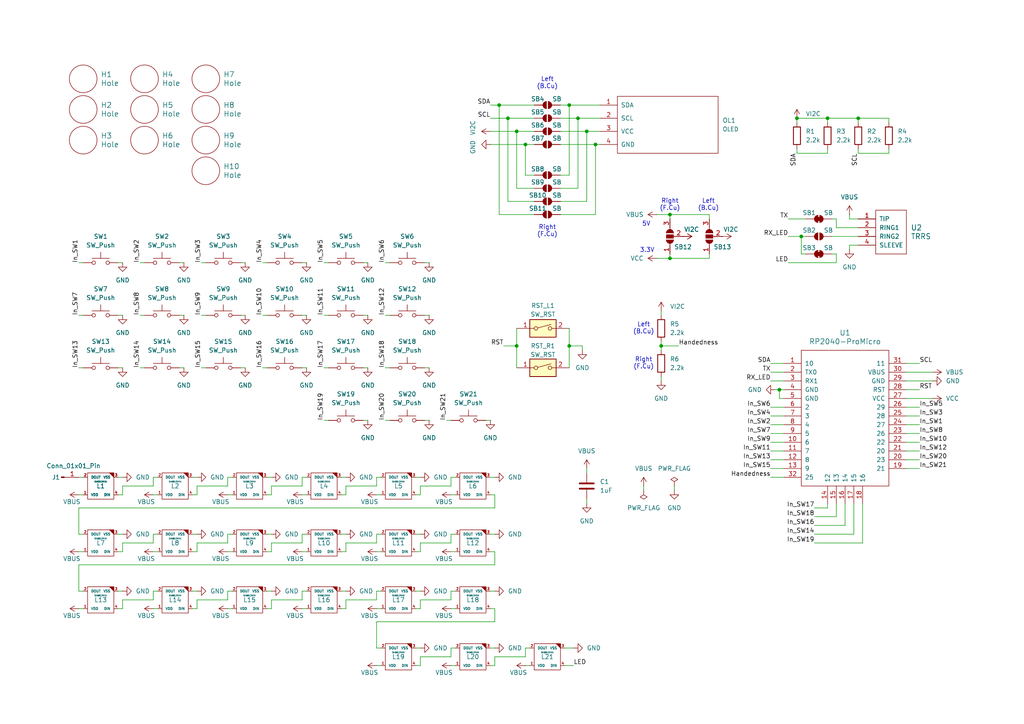
<source format=kicad_sch>
(kicad_sch (version 20231120) (generator "eeschema") (generator_version "8.0")
  (paper "A4")
  (title_block (title "Cornia") (rev "${cornia_version}") (comment 1 "Vaarai"))
  (junction (at 165.1 100.33))
  (junction (at 147.32 34.29))
  (junction (at 152.4 41.91))
  (junction (at 248.92 34.29))
  (junction (at 172.72 41.91))
  (junction (at 149.86 100.33))
  (junction (at 191.77 100.33))
  (junction (at 149.86 38.1))
  (junction (at 231.14 34.29))
  (junction (at 144.78 30.48))
  (junction (at 170.18 38.1))
  (junction (at 240.03 34.29))
  (junction (at 194.31 74.93))
  (junction (at 232.41 68.58))
  (junction (at 165.1 30.48))
  (junction (at 226.06 113.03))
  (junction (at 194.31 62.23))
  (junction (at 167.64 34.29))
  (wire (pts (xy 87.63 154.94) (xy 87.63 157.48)))
  (wire (pts (xy 149.86 38.1) (xy 149.86 54.61)))
  (wire (pts (xy 162.56 30.48) (xy 165.1 30.48)))
  (wire (pts (xy 40.64 91.44) (xy 41.91 91.44)))
  (wire (pts (xy 242.57 66.04) (xy 248.92 66.04)))
  (wire (pts (xy 109.22 171.45) (xy 110.49 171.45)))
  (wire (pts (xy 152.4 193.04) (xy 153.67 193.04)))
  (wire (pts (xy 130.81 187.96) (xy 132.08 187.96)))
  (wire (pts (xy 66.04 171.45) (xy 67.31 171.45)))
  (wire (pts (xy 195.58 140.97) (xy 195.58 142.24)))
  (wire (pts (xy 121.92 176.53) (xy 120.65 176.53)))
  (wire (pts (xy 57.15 138.43) (xy 55.88 138.43)))
  (wire (pts (xy 58.42 76.2) (xy 59.69 76.2)))
  (wire (pts (xy 78.74 176.53) (xy 77.47 176.53)))
  (wire (pts (xy 105.41 76.2) (xy 106.68 76.2)))
  (wire (pts (xy 44.45 140.97) (xy 35.56 140.97)))
  (wire (pts (xy 130.81 176.53) (xy 132.08 176.53)))
  (wire (pts (xy 143.51 190.5) (xy 143.51 193.04)))
  (wire (pts (xy 143.51 163.83) (xy 22.86 163.83)))
  (wire (pts (xy 130.81 173.99) (xy 121.92 173.99)))
  (wire (pts (xy 111.76 76.2) (xy 113.03 76.2)))
  (wire (pts (xy 87.63 171.45) (xy 87.63 173.99)))
  (wire (pts (xy 121.92 157.48) (xy 121.92 160.02)))
  (wire (pts (xy 143.51 147.32) (xy 143.51 143.51)))
  (wire (pts (xy 262.89 123.19) (xy 266.7 123.19)))
  (wire (pts (xy 144.78 30.48) (xy 144.78 62.23)))
  (wire (pts (xy 143.51 147.32) (xy 22.86 147.32)))
  (wire (pts (xy 44.45 160.02) (xy 45.72 160.02)))
  (wire (pts (xy 130.81 157.48) (xy 121.92 157.48)))
  (wire (pts (xy 246.38 71.12) (xy 246.38 72.39)))
  (wire (pts (xy 240.03 44.45) (xy 231.14 44.45)))
  (wire (pts (xy 147.32 58.42) (xy 154.94 58.42)))
  (wire (pts (xy 57.15 173.99) (xy 57.15 176.53)))
  (wire (pts (xy 262.89 135.89) (xy 266.7 135.89)))
  (wire (pts (xy 22.86 154.94) (xy 22.86 147.32)))
  (wire (pts (xy 87.63 173.99) (xy 78.74 173.99)))
  (wire (pts (xy 152.4 41.91) (xy 154.94 41.91)))
  (wire (pts (xy 121.92 160.02) (xy 120.65 160.02)))
  (wire (pts (xy 247.65 146.05) (xy 247.65 154.94)))
  (wire (pts (xy 87.63 76.2) (xy 88.9 76.2)))
  (wire (pts (xy 44.45 176.53) (xy 45.72 176.53)))
  (wire (pts (xy 246.38 63.5) (xy 248.92 63.5)))
  (wire (pts (xy 149.86 100.33) (xy 149.86 106.68)))
  (wire (pts (xy 242.57 63.5) (xy 242.57 66.04)))
  (wire (pts (xy 232.41 68.58) (xy 232.41 73.66)))
  (wire (pts (xy 162.56 34.29) (xy 167.64 34.29)))
  (wire (pts (xy 257.81 44.45) (xy 248.92 44.45)))
  (wire (pts (xy 226.06 113.03) (xy 227.33 113.03)))
  (wire (pts (xy 170.18 38.1) (xy 173.99 38.1)))
  (wire (pts (xy 66.04 176.53) (xy 67.31 176.53)))
  (wire (pts (xy 162.56 50.8) (xy 165.1 50.8)))
  (wire (pts (xy 143.51 163.83) (xy 143.51 160.02)))
  (wire (pts (xy 66.04 140.97) (xy 57.15 140.97)))
  (wire (pts (xy 152.4 187.96) (xy 153.67 187.96)))
  (wire (pts (xy 123.19 106.68) (xy 124.46 106.68)))
  (wire (pts (xy 170.18 38.1) (xy 170.18 58.42)))
  (wire (pts (xy 165.1 30.48) (xy 173.99 30.48)))
  (wire (pts (xy 270.51 107.95) (xy 262.89 107.95)))
  (wire (pts (xy 34.29 91.44) (xy 35.56 91.44)))
  (wire (pts (xy 93.98 106.68) (xy 95.25 106.68)))
  (wire (pts (xy 93.98 91.44) (xy 95.25 91.44)))
  (wire (pts (xy 226.06 115.57) (xy 226.06 113.03)))
  (wire (pts (xy 223.52 120.65) (xy 227.33 120.65)))
  (wire (pts (xy 109.22 143.51) (xy 110.49 143.51)))
  (wire (pts (xy 69.85 91.44) (xy 71.12 91.44)))
  (wire (pts (xy 22.86 76.2) (xy 24.13 76.2)))
  (wire (pts (xy 66.04 143.51) (xy 67.31 143.51)))
  (wire (pts (xy 111.76 106.68) (xy 113.03 106.68)))
  (wire (pts (xy 105.41 91.44) (xy 106.68 91.44)))
  (wire (pts (xy 194.31 62.23) (xy 194.31 63.5)))
  (wire (pts (xy 144.78 62.23) (xy 154.94 62.23)))
  (wire (pts (xy 121.92 190.5) (xy 121.92 193.04)))
  (wire (pts (xy 52.07 106.68) (xy 53.34 106.68)))
  (wire (pts (xy 163.83 187.96) (xy 166.37 187.96)))
  (wire (pts (xy 109.22 154.94) (xy 110.49 154.94)))
  (wire (pts (xy 66.04 171.45) (xy 66.04 173.99)))
  (wire (pts (xy 163.83 193.04) (xy 166.37 193.04)))
  (wire (pts (xy 130.81 143.51) (xy 132.08 143.51)))
  (wire (pts (xy 170.18 135.89) (xy 170.18 137.16)))
  (wire (pts (xy 130.81 154.94) (xy 132.08 154.94)))
  (wire (pts (xy 22.86 91.44) (xy 24.13 91.44)))
  (wire (pts (xy 262.89 133.35) (xy 266.7 133.35)))
  (wire (pts (xy 162.56 54.61) (xy 167.64 54.61)))
  (wire (pts (xy 152.4 41.91) (xy 152.4 50.8)))
  (wire (pts (xy 130.81 138.43) (xy 130.81 140.97)))
  (wire (pts (xy 35.56 140.97) (xy 35.56 143.51)))
  (wire (pts (xy 172.72 41.91) (xy 172.72 62.23)))
  (wire (pts (xy 130.81 140.97) (xy 121.92 140.97)))
  (wire (pts (xy 130.81 138.43) (xy 132.08 138.43)))
  (wire (pts (xy 262.89 120.65) (xy 266.7 120.65)))
  (wire (pts (xy 228.6 68.58) (xy 232.41 68.58)))
  (wire (pts (xy 257.81 43.18) (xy 257.81 44.45)))
  (wire (pts (xy 167.64 34.29) (xy 173.99 34.29)))
  (wire (pts (xy 109.22 154.94) (xy 109.22 157.48)))
  (wire (pts (xy 130.81 190.5) (xy 121.92 190.5)))
  (wire (pts (xy 109.22 160.02) (xy 110.49 160.02)))
  (wire (pts (xy 129.54 121.92) (xy 130.81 121.92)))
  (wire (pts (xy 52.07 91.44) (xy 53.34 91.44)))
  (wire (pts (xy 87.63 171.45) (xy 88.9 171.45)))
  (wire (pts (xy 250.19 157.48) (xy 236.22 157.48)))
  (wire (pts (xy 205.74 73.66) (xy 205.74 74.93)))
  (wire (pts (xy 66.04 138.43) (xy 66.04 140.97)))
  (wire (pts (xy 245.11 146.05) (xy 245.11 152.4)))
  (wire (pts (xy 236.22 152.4) (xy 245.11 152.4)))
  (wire (pts (xy 242.57 146.05) (xy 242.57 149.86)))
  (wire (pts (xy 142.24 176.53) (xy 143.51 176.53)))
  (wire (pts (xy 242.57 73.66) (xy 241.3 73.66)))
  (wire (pts (xy 78.74 154.94) (xy 77.47 154.94)))
  (wire (pts (xy 143.51 193.04) (xy 142.24 193.04)))
  (wire (pts (xy 223.52 110.49) (xy 227.33 110.49)))
  (wire (pts (xy 34.29 106.68) (xy 35.56 106.68)))
  (wire (pts (xy 190.5 62.23) (xy 194.31 62.23)))
  (wire (pts (xy 147.32 34.29) (xy 154.94 34.29)))
  (wire (pts (xy 100.33 138.43) (xy 99.06 138.43)))
  (wire (pts (xy 152.4 190.5) (xy 143.51 190.5)))
  (wire (pts (xy 66.04 160.02) (xy 67.31 160.02)))
  (wire (pts (xy 105.41 121.92) (xy 106.68 121.92)))
  (wire (pts (xy 35.56 160.02) (xy 34.29 160.02)))
  (wire (pts (xy 232.41 73.66) (xy 233.68 73.66)))
  (wire (pts (xy 262.89 113.03) (xy 266.7 113.03)))
  (wire (pts (xy 191.77 109.22) (xy 191.77 110.49)))
  (wire (pts (xy 223.52 135.89) (xy 227.33 135.89)))
  (wire (pts (xy 191.77 99.06) (xy 191.77 100.33)))
  (wire (pts (xy 66.04 157.48) (xy 57.15 157.48)))
  (wire (pts (xy 57.15 140.97) (xy 57.15 143.51)))
  (wire (pts (xy 248.92 34.29) (xy 257.81 34.29)))
  (wire (pts (xy 130.81 171.45) (xy 132.08 171.45)))
  (wire (pts (xy 121.92 154.94) (xy 120.65 154.94)))
  (wire (pts (xy 248.92 34.29) (xy 248.92 35.56)))
  (wire (pts (xy 34.29 76.2) (xy 35.56 76.2)))
  (wire (pts (xy 170.18 144.78) (xy 170.18 146.05)))
  (wire (pts (xy 44.45 138.43) (xy 45.72 138.43)))
  (wire (pts (xy 109.22 138.43) (xy 109.22 140.97)))
  (wire (pts (xy 35.56 154.94) (xy 34.29 154.94)))
  (wire (pts (xy 22.86 138.43) (xy 24.13 138.43)))
  (wire (pts (xy 22.86 106.68) (xy 24.13 106.68)))
  (wire (pts (xy 123.19 76.2) (xy 124.46 76.2)))
  (wire (pts (xy 143.51 138.43) (xy 142.24 138.43)))
  (wire (pts (xy 262.89 118.11) (xy 266.7 118.11)))
  (wire (pts (xy 223.52 105.41) (xy 227.33 105.41)))
  (wire (pts (xy 100.33 176.53) (xy 99.06 176.53)))
  (wire (pts (xy 87.63 143.51) (xy 88.9 143.51)))
  (wire (pts (xy 76.2 106.68) (xy 77.47 106.68)))
  (wire (pts (xy 78.74 171.45) (xy 77.47 171.45)))
  (wire (pts (xy 149.86 38.1) (xy 154.94 38.1)))
  (wire (pts (xy 262.89 125.73) (xy 266.7 125.73)))
  (wire (pts (xy 142.24 30.48) (xy 144.78 30.48)))
  (wire (pts (xy 44.45 171.45) (xy 45.72 171.45)))
  (wire (pts (xy 143.51 187.96) (xy 142.24 187.96)))
  (wire (pts (xy 142.24 143.51) (xy 143.51 143.51)))
  (wire (pts (xy 143.51 154.94) (xy 142.24 154.94)))
  (wire (pts (xy 152.4 50.8) (xy 154.94 50.8)))
  (wire (pts (xy 35.56 173.99) (xy 35.56 176.53)))
  (wire (pts (xy 35.56 143.51) (xy 34.29 143.51)))
  (wire (pts (xy 35.56 157.48) (xy 35.56 160.02)))
  (wire (pts (xy 66.04 154.94) (xy 66.04 157.48)))
  (wire (pts (xy 87.63 138.43) (xy 87.63 140.97)))
  (wire (pts (xy 240.03 147.32) (xy 236.22 147.32)))
  (wire (pts (xy 130.81 193.04) (xy 132.08 193.04)))
  (wire (pts (xy 223.52 107.95) (xy 227.33 107.95)))
  (wire (pts (xy 109.22 176.53) (xy 110.49 176.53)))
  (wire (pts (xy 76.2 91.44) (xy 77.47 91.44)))
  (wire (pts (xy 22.86 160.02) (xy 24.13 160.02)))
  (wire (pts (xy 223.52 133.35) (xy 227.33 133.35)))
  (wire (pts (xy 78.74 173.99) (xy 78.74 176.53)))
  (wire (pts (xy 140.97 121.92) (xy 142.24 121.92)))
  (wire (pts (xy 168.91 101.6) (xy 168.91 100.33)))
  (wire (pts (xy 241.3 68.58) (xy 248.92 68.58)))
  (wire (pts (xy 100.33 154.94) (xy 99.06 154.94)))
  (wire (pts (xy 35.56 176.53) (xy 34.29 176.53)))
  (wire (pts (xy 165.1 30.48) (xy 165.1 50.8)))
  (wire (pts (xy 76.2 76.2) (xy 77.47 76.2)))
  (wire (pts (xy 240.03 146.05) (xy 240.03 147.32)))
  (wire (pts (xy 262.89 105.41) (xy 266.7 105.41)))
  (wire (pts (xy 22.86 143.51) (xy 24.13 143.51)))
  (wire (pts (xy 40.64 106.68) (xy 41.91 106.68)))
  (wire (pts (xy 123.19 121.92) (xy 124.46 121.92)))
  (wire (pts (xy 35.56 171.45) (xy 34.29 171.45)))
  (wire (pts (xy 142.24 34.29) (xy 147.32 34.29)))
  (wire (pts (xy 109.22 187.96) (xy 110.49 187.96)))
  (wire (pts (xy 100.33 157.48) (xy 100.33 160.02)))
  (wire (pts (xy 162.56 62.23) (xy 172.72 62.23)))
  (wire (pts (xy 143.51 171.45) (xy 142.24 171.45)))
  (wire (pts (xy 228.6 63.5) (xy 233.68 63.5)))
  (wire (pts (xy 87.63 140.97) (xy 78.74 140.97)))
  (wire (pts (xy 257.81 34.29) (xy 257.81 35.56)))
  (wire (pts (xy 111.76 121.92) (xy 113.03 121.92)))
  (wire (pts (xy 149.86 95.25) (xy 149.86 100.33)))
  (wire (pts (xy 87.63 106.68) (xy 88.9 106.68)))
  (wire (pts (xy 246.38 62.23) (xy 246.38 63.5)))
  (wire (pts (xy 121.92 171.45) (xy 120.65 171.45)))
  (wire (pts (xy 242.57 149.86) (xy 236.22 149.86)))
  (wire (pts (xy 109.22 157.48) (xy 100.33 157.48)))
  (wire (pts (xy 194.31 74.93) (xy 205.74 74.93)))
  (wire (pts (xy 240.03 35.56) (xy 240.03 34.29)))
  (wire (pts (xy 87.63 160.02) (xy 88.9 160.02)))
  (wire (pts (xy 165.1 100.33) (xy 168.91 100.33)))
  (wire (pts (xy 100.33 173.99) (xy 100.33 176.53)))
  (wire (pts (xy 78.74 157.48) (xy 78.74 160.02)))
  (wire (pts (xy 121.92 187.96) (xy 120.65 187.96)))
  (wire (pts (xy 44.45 171.45) (xy 44.45 173.99)))
  (wire (pts (xy 142.24 160.02) (xy 143.51 160.02)))
  (wire (pts (xy 57.15 160.02) (xy 55.88 160.02)))
  (wire (pts (xy 228.6 76.2) (xy 242.57 76.2)))
  (wire (pts (xy 44.45 138.43) (xy 44.45 140.97)))
  (wire (pts (xy 248.92 43.18) (xy 248.92 44.45)))
  (wire (pts (xy 78.74 143.51) (xy 77.47 143.51)))
  (wire (pts (xy 223.52 118.11) (xy 227.33 118.11)))
  (wire (pts (xy 130.81 187.96) (xy 130.81 190.5)))
  (wire (pts (xy 24.13 171.45) (xy 22.86 171.45)))
  (wire (pts (xy 40.64 76.2) (xy 41.91 76.2)))
  (wire (pts (xy 227.33 115.57) (xy 226.06 115.57)))
  (wire (pts (xy 78.74 138.43) (xy 77.47 138.43)))
  (wire (pts (xy 57.15 154.94) (xy 55.88 154.94)))
  (wire (pts (xy 165.1 100.33) (xy 165.1 106.68)))
  (wire (pts (xy 152.4 187.96) (xy 152.4 190.5)))
  (wire (pts (xy 100.33 160.02) (xy 99.06 160.02)))
  (wire (pts (xy 22.86 163.83) (xy 22.86 171.45)))
  (wire (pts (xy 240.03 34.29) (xy 248.92 34.29)))
  (wire (pts (xy 223.52 123.19) (xy 227.33 123.19)))
  (wire (pts (xy 111.76 91.44) (xy 113.03 91.44)))
  (wire (pts (xy 109.22 173.99) (xy 100.33 173.99)))
  (wire (pts (xy 121.92 138.43) (xy 120.65 138.43)))
  (wire (pts (xy 109.22 140.97) (xy 100.33 140.97)))
  (wire (pts (xy 162.56 38.1) (xy 170.18 38.1)))
  (wire (pts (xy 44.45 154.94) (xy 45.72 154.94)))
  (wire (pts (xy 262.89 115.57) (xy 270.51 115.57)))
  (wire (pts (xy 87.63 91.44) (xy 88.9 91.44)))
  (wire (pts (xy 262.89 128.27) (xy 266.7 128.27)))
  (wire (pts (xy 231.14 34.29) (xy 231.14 35.56)))
  (wire (pts (xy 241.3 63.5) (xy 242.57 63.5)))
  (wire (pts (xy 87.63 157.48) (xy 78.74 157.48)))
  (wire (pts (xy 58.42 106.68) (xy 59.69 106.68)))
  (wire (pts (xy 121.92 143.51) (xy 120.65 143.51)))
  (wire (pts (xy 100.33 140.97) (xy 100.33 143.51)))
  (wire (pts (xy 142.24 38.1) (xy 149.86 38.1)))
  (wire (pts (xy 242.57 76.2) (xy 242.57 73.66)))
  (wire (pts (xy 196.85 100.33) (xy 191.77 100.33)))
  (wire (pts (xy 109.22 180.34) (xy 109.22 187.96)))
  (wire (pts (xy 247.65 154.94) (xy 236.22 154.94)))
  (wire (pts (xy 58.42 91.44) (xy 59.69 91.44)))
  (wire (pts (xy 262.89 130.81) (xy 266.7 130.81)))
  (wire (pts (xy 44.45 157.48) (xy 35.56 157.48)))
  (wire (pts (xy 44.45 173.99) (xy 35.56 173.99)))
  (wire (pts (xy 100.33 143.51) (xy 99.06 143.51)))
  (wire (pts (xy 227.33 138.43) (xy 223.52 138.43)))
  (wire (pts (xy 57.15 171.45) (xy 55.88 171.45)))
  (wire (pts (xy 121.92 140.97) (xy 121.92 143.51)))
  (wire (pts (xy 262.89 110.49) (xy 270.51 110.49)))
  (wire (pts (xy 223.52 128.27) (xy 227.33 128.27)))
  (wire (pts (xy 109.22 193.04) (xy 110.49 193.04)))
  (wire (pts (xy 109.22 138.43) (xy 110.49 138.43)))
  (wire (pts (xy 144.78 30.48) (xy 154.94 30.48)))
  (wire (pts (xy 87.63 176.53) (xy 88.9 176.53)))
  (wire (pts (xy 121.92 173.99) (xy 121.92 176.53)))
  (wire (pts (xy 44.45 143.51) (xy 45.72 143.51)))
  (wire (pts (xy 24.13 154.94) (xy 22.86 154.94)))
  (wire (pts (xy 100.33 171.45) (xy 99.06 171.45)))
  (wire (pts (xy 66.04 154.94) (xy 67.31 154.94)))
  (wire (pts (xy 194.31 62.23) (xy 205.74 62.23)))
  (wire (pts (xy 149.86 54.61) (xy 154.94 54.61)))
  (wire (pts (xy 162.56 58.42) (xy 170.18 58.42)))
  (wire (pts (xy 167.64 34.29) (xy 167.64 54.61)))
  (wire (pts (xy 130.81 171.45) (xy 130.81 173.99)))
  (wire (pts (xy 69.85 76.2) (xy 71.12 76.2)))
  (wire (pts (xy 87.63 154.94) (xy 88.9 154.94)))
  (wire (pts (xy 130.81 154.94) (xy 130.81 157.48)))
  (wire (pts (xy 231.14 34.29) (xy 240.03 34.29)))
  (wire (pts (xy 224.79 113.03) (xy 226.06 113.03)))
  (wire (pts (xy 186.69 140.97) (xy 186.69 142.24)))
  (wire (pts (xy 22.86 176.53) (xy 24.13 176.53)))
  (wire (pts (xy 66.04 138.43) (xy 67.31 138.43)))
  (wire (pts (xy 57.15 176.53) (xy 55.88 176.53)))
  (wire (pts (xy 130.81 160.02) (xy 132.08 160.02)))
  (wire (pts (xy 194.31 73.66) (xy 194.31 74.93)))
  (wire (pts (xy 162.56 41.91) (xy 172.72 41.91)))
  (wire (pts (xy 248.92 71.12) (xy 246.38 71.12)))
  (wire (pts (xy 165.1 100.33) (xy 165.1 95.25)))
  (wire (pts (xy 232.41 68.58) (xy 233.68 68.58)))
  (wire (pts (xy 69.85 106.68) (xy 71.12 106.68)))
  (wire (pts (xy 190.5 74.93) (xy 194.31 74.93)))
  (wire (pts (xy 240.03 43.18) (xy 240.03 44.45)))
  (wire (pts (xy 93.98 121.92) (xy 95.25 121.92)))
  (wire (pts (xy 143.51 176.53) (xy 143.51 180.34)))
  (wire (pts (xy 87.63 138.43) (xy 88.9 138.43)))
  (wire (pts (xy 121.92 193.04) (xy 120.65 193.04)))
  (wire (pts (xy 223.52 130.81) (xy 227.33 130.81)))
  (wire (pts (xy 191.77 90.17) (xy 191.77 91.44)))
  (wire (pts (xy 123.19 91.44) (xy 124.46 91.44)))
  (wire (pts (xy 52.07 76.2) (xy 53.34 76.2)))
  (wire (pts (xy 231.14 43.18) (xy 231.14 44.45)))
  (wire (pts (xy 223.52 125.73) (xy 227.33 125.73)))
  (wire (pts (xy 93.98 76.2) (xy 95.25 76.2)))
  (wire (pts (xy 105.41 106.68) (xy 106.68 106.68)))
  (wire (pts (xy 109.22 180.34) (xy 143.51 180.34)))
  (wire (pts (xy 44.45 154.94) (xy 44.45 157.48)))
  (wire (pts (xy 205.74 62.23) (xy 205.74 63.5)))
  (wire (pts (xy 78.74 140.97) (xy 78.74 143.51)))
  (wire (pts (xy 109.22 171.45) (xy 109.22 173.99)))
  (wire (pts (xy 57.15 157.48) (xy 57.15 160.02)))
  (wire (pts (xy 191.77 100.33) (xy 191.77 101.6)))
  (wire (pts (xy 78.74 160.02) (xy 77.47 160.02)))
  (wire (pts (xy 57.15 143.51) (xy 55.88 143.51)))
  (wire (pts (xy 35.56 138.43) (xy 34.29 138.43)))
  (wire (pts (xy 172.72 41.91) (xy 173.99 41.91)))
  (wire (pts (xy 66.04 173.99) (xy 57.15 173.99)))
  (wire (pts (xy 147.32 34.29) (xy 147.32 58.42)))
  (wire (pts (xy 250.19 146.05) (xy 250.19 157.48)))
  (wire (pts (xy 146.05 100.33) (xy 149.86 100.33)))
  (wire (pts (xy 142.24 41.91) (xy 152.4 41.91)))
  (text "Right\n(F.Cu)" (at 194.31 59.436 0) (effects (font (size 1.27 1.27))))
  (text "Left\n(B.Cu)" (at 205.486 59.436 0) (effects (font (size 1.27 1.27))))
  (text "5V" (at 187.452 65.024 0) (effects (font (size 1.27 1.27))))
  (text "Left\n(B.Cu)" (at 186.69 95.25 0) (effects (font (size 1.27 1.27))))
  (text "3.3V" (at 187.706 72.644 0) (effects (font (size 1.27 1.27))))
  (text "Left\n(B.Cu)" (at 158.75 24.13 0) (effects (font (size 1.27 1.27))))
  (text "Right\n(F.Cu)" (at 186.69 105.41 0) (effects (font (size 1.27 1.27))))
  (text "Right\n(F.Cu)" (at 158.75 67.056 0) (effects (font (size 1.27 1.27))))
  (label "LED" (at 228.6 76.2 180))
  (label "In_SW2" (at 223.52 123.19 180))
  (label "In_SW19" (at 93.98 121.92 90))
  (label "In_SW6" (at 223.52 118.11 180))
  (label "In_SW11" (at 93.98 91.44 90))
  (label "In_SW21" (at 129.54 121.92 90))
  (label "In_SW13" (at 223.52 133.35 180))
  (label "In_SW8" (at 266.7 125.73 0))
  (label "RX_LED" (at 223.52 110.49 180))
  (label "TX" (at 228.6 63.5 180))
  (label "In_SW18" (at 111.76 106.68 90))
  (label "In_SW4" (at 76.2 76.2 90))
  (label "In_SW20" (at 111.76 121.92 90))
  (label "In_SW2" (at 40.64 76.2 90))
  (label "In_SW9" (at 223.52 128.27 180))
  (label "RST" (at 266.7 113.03 0))
  (label "In_SW10" (at 76.2 91.44 90))
  (label "SDA" (at 231.14 44.45 270))
  (label "In_SW1" (at 266.7 123.19 0))
  (label "In_SW17" (at 93.98 106.68 90))
  (label "In_SW19" (at 236.22 157.48 180))
  (label "In_SW7" (at 22.86 91.44 90))
  (label "In_SW12" (at 111.76 91.44 90))
  (label "In_SW3" (at 266.7 120.65 0))
  (label "TX" (at 223.52 107.95 180))
  (label "SCL" (at 142.24 34.29 180))
  (label "In_SW1" (at 22.86 76.2 90))
  (label "In_SW20" (at 266.7 133.35 0))
  (label "In_SW5" (at 266.7 118.11 0))
  (label "In_SW4" (at 223.52 120.65 180))
  (label "In_SW17" (at 236.22 147.32 180))
  (label "SCL" (at 248.92 44.45 270))
  (label "In_SW14" (at 40.64 106.68 90))
  (label "SCL" (at 266.7 105.41 0))
  (label "LED" (at 166.37 193.04 0))
  (label "RST" (at 146.05 100.33 180))
  (label "In_SW7" (at 223.52 125.73 180))
  (label "In_SW11" (at 223.52 130.81 180))
  (label "In_SW3" (at 58.42 76.2 90))
  (label "Handedness" (at 223.52 138.43 180))
  (label "In_SW16" (at 76.2 106.68 90))
  (label "In_SW18" (at 236.22 149.86 180))
  (label "In_SW5" (at 93.98 76.2 90))
  (label "In_SW12" (at 266.7 130.81 0))
  (label "In_SW9" (at 58.42 91.44 90))
  (label "RX_LED" (at 228.6 68.58 180))
  (label "In_SW15" (at 223.52 135.89 180))
  (label "In_SW14" (at 236.22 154.94 180))
  (label "In_SW10" (at 266.7 128.27 0))
  (label "Handedness" (at 196.85 100.33 0))
  (label "In_SW8" (at 40.64 91.44 90))
  (label "SDA" (at 223.52 105.41 180))
  (label "In_SW16" (at 236.22 152.4 180))
  (label "In_SW13" (at 22.86 106.68 90))
  (label "In_SW15" (at 58.42 106.68 90))
  (label "In_SW6" (at 111.76 76.2 90))
  (label "SDA" (at 142.24 30.48 180))
  (label "In_SW21" (at 266.7 135.89 0))
  (symbol (lib_id "power:GND") (at 106.68 91.44 0) (unit 1)
    (property "Reference" "#PWR015" (effects (hide yes)))
    (property "Value" "GND" (at 106.68 96.52 0))
    (property "Description" "Power symbol creates a global label with name \"GND\" , ground" (effects (hide yes)))
  )
  (symbol (lib_id "Switch:SW_DIP_x01") (at 157.48 106.68 0) (unit 1)
    (property "Reference" "RST_R1" (at 157.48 100.33 0))
    (property "Value" "SW_RST" (at 157.48 102.87 0))
    (property "Footprint" "cornia-footprints:SW_SMD_4x4mm" (effects (hide yes)))
    (property "Description" "1x DIP Switch, Single Pole Single Throw (SPST) switch, small symbol" (effects (hide yes)))
  )
  (symbol (lib_id "power:GND") (at 53.34 106.68 0) (unit 1)
    (property "Reference" "#PWR08" (effects (hide yes)))
    (property "Value" "GND" (at 53.34 111.76 0))
    (property "Description" "Power symbol creates a global label with name \"GND\" , ground" (effects (hide yes)))
  )
  (symbol (lib_id "Jumper:SolderJumper_2_Open") (at 158.75 50.8 0) (unit 1) (exclude_from_sim yes) (in_bom no)
    (property "Reference" "SB8" (at 155.956 49.022 0))
    (property "Value" "SB" (at 161.544 49.022 0))
    (property "Footprint" "cornia-footprints:SolderJumper-2_Open_NoSilk" (effects (hide yes)))
    (property "Description" "Solder Jumper, 2-pole, open" (effects (hide yes)))
  )
  (symbol (lib_id "power:VBUS") (at 109.22 193.04 90) (unit 1)
    (property "Reference" "#PWR063" (effects (hide yes)))
    (property "Value" "VBUS" (at 107.188 195.072 90))
    (property "Description" "Power symbol creates a global label with name \"VBUS\"" (effects (hide yes)))
  )
  (symbol (lib_id "Jumper:SolderJumper_2_Open") (at 158.75 58.42 0) (unit 1) (exclude_from_sim yes) (in_bom no)
    (property "Reference" "SB10" (at 155.956 56.642 0))
    (property "Value" "SB" (at 161.544 56.642 0))
    (property "Footprint" "cornia-footprints:SolderJumper-2_Open_NoSilk" (effects (hide yes)))
    (property "Description" "Solder Jumper, 2-pole, open" (effects (hide yes)))
  )
  (symbol (lib_id "Jumper:SolderJumper_2_Open") (at 158.75 34.29 0) (unit 1) (exclude_from_sim yes) (in_bom no)
    (property "Reference" "SB5" (at 155.956 32.512 0))
    (property "Value" "SB" (at 161.544 32.512 0))
    (property "Footprint" "cornia-footprints:SolderJumper-2_Open_NoSilk" (effects (hide yes)))
    (property "Description" "Solder Jumper, 2-pole, open" (effects (hide yes)))
  )
  (symbol (lib_id "power:GND") (at 100.33 138.43 90) (unit 1)
    (property "Reference" "#PWR059" (effects (hide yes)))
    (property "Value" "GND" (at 104.14 138.4301 90) (effects (justify right)))
    (property "Description" "Power symbol creates a global label with name \"GND\" , ground" (effects (hide yes)))
  )
  (symbol (lib_id "Switch:SW_Push") (at 46.99 91.44 0) (unit 1)
    (property "Reference" "SW8" (at 46.99 83.82 0))
    (property "Value" "SW_Push" (at 46.99 86.36 0))
    (property "Footprint" "cornia-footprints:keyswitch_cherrymx_hotswap_reversible_1u" (effects (hide yes)))
    (property "Description" "Push button switch, generic, two pins" (effects (hide yes)))
  )
  (symbol (lib_id "Switch:SW_Push") (at 118.11 76.2 0) (unit 1)
    (property "Reference" "SW6" (at 118.11 68.58 0))
    (property "Value" "SW_Push" (at 118.11 71.12 0))
    (property "Footprint" "cornia-footprints:keyswitch_cherrymx_hotswap_reversible_1u" (effects (hide yes)))
    (property "Description" "Push button switch, generic, two pins" (effects (hide yes)))
  )
  (symbol (lib_id "power:VBUS") (at 270.51 107.95 270) (unit 1)
    (property "Reference" "#PWR022" (effects (hide yes)))
    (property "Value" "VBUS" (at 274.32 107.9499 90) (effects (justify left)))
    (property "Description" "Power symbol creates a global label with name \"VBUS\"" (effects (hide yes)))
  )
  (symbol (lib_id "power:VBUS") (at 130.81 160.02 90) (unit 1)
    (property "Reference" "#PWR052" (effects (hide yes)))
    (property "Value" "VBUS" (at 128.778 162.052 90))
    (property "Description" "Power symbol creates a global label with name \"VBUS\"" (effects (hide yes)))
  )
  (symbol (lib_id "cornia:SK6812MINI") (at 72.39 140.97 0) (mirror x) (unit 1)
    (property "Reference" "L3" (at 72.39 140.97 0) (effects (font (size 1.2954 1.2954))))
    (property "Value" "SK6812MINI" (at 72.39 139.7 0) (effects (font (size 0.4064 0.4064))))
    (property "Footprint" "cornia-footprints:YS-SK6812MINI-E" (effects (hide yes)))
  )
  (symbol (lib_id "Device:R") (at 240.03 39.37 0) (unit 1)
    (property "Reference" "R3" (at 242.57 38.0999 0) (effects (justify left)))
    (property "Value" "2.2k" (at 242.57 40.6399 0) (effects (justify left)))
    (property "Footprint" "cornia-footprints:R_0805" (effects (hide yes)))
    (property "Description" "Resistor" (effects (hide yes)))
  )
  (symbol (lib_id "power:VBUS") (at 191.77 90.17 0) (unit 1)
    (property "Reference" "#PWR077" (effects (hide yes)))
    (property "Value" "VI2C" (at 194.31 88.8999 0) (effects (justify left)))
    (property "Description" "Power symbol creates a global label with name \"VBUS\"" (effects (hide yes)))
  )
  (symbol (lib_id "cornia:Hole") (at 59.69 31.75 0) (unit 1)
    (property "Reference" "H8" (at 64.77 30.4799 0) (effects (font (size 1.524 1.524)) (justify left)))
    (property "Value" "Hole" (at 64.77 33.0199 0) (effects (font (size 1.524 1.524)) (justify left)))
    (property "Footprint" "cornia-footprints:MountingHole_2.2mm_M2_no_annular" (effects (hide yes)))
  )
  (symbol (lib_id "cornia:SK6812MINI") (at 115.57 157.48 0) (mirror x) (unit 1)
    (property "Reference" "L11" (at 115.57 157.48 0) (effects (font (size 1.2954 1.2954))))
    (property "Value" "SK6812MINI" (at 115.57 156.21 0) (effects (font (size 0.4064 0.4064))))
    (property "Footprint" "cornia-footprints:YS-SK6812MINI-E" (effects (hide yes)))
  )
  (symbol (lib_id "cornia:SK6812MINI") (at 115.57 190.5 0) (mirror x) (unit 1)
    (property "Reference" "L19" (at 115.57 190.5 0) (effects (font (size 1.2954 1.2954))))
    (property "Value" "SK6812MINI" (at 115.57 189.23 0) (effects (font (size 0.4064 0.4064))))
    (property "Footprint" "cornia-footprints:YS-SK6812MINI-E" (effects (hide yes)))
  )
  (symbol (lib_id "power:GND") (at 124.46 76.2 0) (unit 1)
    (property "Reference" "#PWR06" (effects (hide yes)))
    (property "Value" "GND" (at 124.46 81.28 0))
    (property "Description" "Power symbol creates a global label with name \"GND\" , ground" (effects (hide yes)))
  )
  (symbol (lib_id "Switch:SW_Push") (at 29.21 106.68 0) (unit 1)
    (property "Reference" "SW13" (at 29.21 99.06 0))
    (property "Value" "SW_Push" (at 29.21 101.6 0))
    (property "Footprint" "cornia-footprints:keyswitch_cherrymx_hotswap_reversible_1u" (effects (hide yes)))
    (property "Description" "Push button switch, generic, two pins" (effects (hide yes)))
  )
  (symbol (lib_id "Jumper:SolderJumper_2_Open") (at 158.75 41.91 0) (unit 1) (exclude_from_sim yes) (in_bom no)
    (property "Reference" "SB7" (at 155.956 40.132 0))
    (property "Value" "SB" (at 161.544 40.132 0))
    (property "Footprint" "cornia-footprints:SolderJumper-2_Open_NoSilk" (effects (hide yes)))
    (property "Description" "Solder Jumper, 2-pole, open" (effects (hide yes)))
  )
  (symbol (lib_id "Switch:SW_Push") (at 118.11 121.92 0) (unit 1)
    (property "Reference" "SW20" (at 118.11 114.3 0))
    (property "Value" "SW_Push" (at 118.11 116.84 0))
    (property "Footprint" "cornia-footprints:keyswitch_cherrymx_hotswap_reversible_1u" (effects (hide yes)))
    (property "Description" "Push button switch, generic, two pins" (effects (hide yes)))
  )
  (symbol (lib_id "cornia:Hole") (at 59.69 22.86 0) (unit 1)
    (property "Reference" "H7" (at 64.77 21.5899 0) (effects (font (size 1.524 1.524)) (justify left)))
    (property "Value" "Hole" (at 64.77 24.1299 0) (effects (font (size 1.524 1.524)) (justify left)))
    (property "Footprint" "cornia-footprints:MountingHole_2.2mm_M2_no_annular" (effects (hide yes)))
  )
  (symbol (lib_id "power:GND") (at 88.9 106.68 0) (unit 1)
    (property "Reference" "#PWR018" (effects (hide yes)))
    (property "Value" "GND" (at 88.9 111.76 0))
    (property "Description" "Power symbol creates a global label with name \"GND\" , ground" (effects (hide yes)))
  )
  (symbol (lib_id "cornia:SK6812MINI") (at 72.39 157.48 0) (mirror x) (unit 1)
    (property "Reference" "L9" (at 72.39 157.48 0) (effects (font (size 1.2954 1.2954))))
    (property "Value" "SK6812MINI" (at 72.39 156.21 0) (effects (font (size 0.4064 0.4064))))
    (property "Footprint" "cornia-footprints:YS-SK6812MINI-E" (effects (hide yes)))
  )
  (symbol (lib_id "power:VBUS") (at 130.81 193.04 90) (unit 1)
    (property "Reference" "#PWR032" (effects (hide yes)))
    (property "Value" "VBUS" (at 128.778 195.072 90))
    (property "Description" "Power symbol creates a global label with name \"VBUS\"" (effects (hide yes)))
  )
  (symbol (lib_id "Switch:SW_Push") (at 64.77 76.2 0) (unit 1)
    (property "Reference" "SW3" (at 64.77 68.58 0))
    (property "Value" "SW_Push" (at 64.77 71.12 0))
    (property "Footprint" "cornia-footprints:keyswitch_cherrymx_hotswap_reversible_1u" (effects (hide yes)))
    (property "Description" "Push button switch, generic, two pins" (effects (hide yes)))
  )
  (symbol (lib_id "cornia:Hole") (at 41.91 22.86 0) (unit 1)
    (property "Reference" "H4" (at 46.99 21.5899 0) (effects (font (size 1.524 1.524)) (justify left)))
    (property "Value" "Hole" (at 46.99 24.1299 0) (effects (font (size 1.524 1.524)) (justify left)))
    (property "Footprint" "cornia-footprints:MountingHole_2.2mm_M2_no_annular" (effects (hide yes)))
  )
  (symbol (lib_id "cornia:SK6812MINI") (at 72.39 173.99 0) (mirror x) (unit 1)
    (property "Reference" "L15" (at 72.39 173.99 0) (effects (font (size 1.2954 1.2954))))
    (property "Value" "SK6812MINI" (at 72.39 172.72 0) (effects (font (size 0.4064 0.4064))))
    (property "Footprint" "cornia-footprints:YS-SK6812MINI-E" (effects (hide yes)))
  )
  (symbol (lib_id "power:GND") (at 191.77 110.49 0) (unit 1)
    (property "Reference" "#PWR078" (effects (hide yes)))
    (property "Value" "GND" (at 191.77 115.57 0))
    (property "Description" "Power symbol creates a global label with name \"GND\" , ground" (effects (hide yes)))
  )
  (symbol (lib_id "power:GND") (at 71.12 106.68 0) (unit 1)
    (property "Reference" "#PWR021" (effects (hide yes)))
    (property "Value" "GND" (at 71.12 111.76 0))
    (property "Description" "Power symbol creates a global label with name \"GND\" , ground" (effects (hide yes)))
  )
  (symbol (lib_id "cornia:SK6812MINI") (at 50.8 157.48 0) (mirror x) (unit 1)
    (property "Reference" "L8" (at 50.8 157.48 0) (effects (font (size 1.2954 1.2954))))
    (property "Value" "SK6812MINI" (at 50.8 156.21 0) (effects (font (size 0.4064 0.4064))))
    (property "Footprint" "cornia-footprints:YS-SK6812MINI-E" (effects (hide yes)))
  )
  (symbol (lib_id "power:VBUS") (at 22.86 176.53 90) (unit 1)
    (property "Reference" "#PWR065" (effects (hide yes)))
    (property "Value" "VBUS" (at 20.828 178.562 90))
    (property "Description" "Power symbol creates a global label with name \"VBUS\"" (effects (hide yes)))
  )
  (symbol (lib_id "Switch:SW_Push") (at 29.21 91.44 0) (unit 1)
    (property "Reference" "SW7" (at 29.21 83.82 0))
    (property "Value" "SW_Push" (at 29.21 86.36 0))
    (property "Footprint" "cornia-footprints:keyswitch_cherrymx_hotswap_reversible_1u" (effects (hide yes)))
    (property "Description" "Push button switch, generic, two pins" (effects (hide yes)))
  )
  (symbol (lib_id "power:GND") (at 35.56 91.44 0) (unit 1)
    (property "Reference" "#PWR07" (effects (hide yes)))
    (property "Value" "GND" (at 35.56 96.52 0))
    (property "Description" "Power symbol creates a global label with name \"GND\" , ground" (effects (hide yes)))
  )
  (symbol (lib_id "power:VBUS") (at 87.63 160.02 90) (unit 1)
    (property "Reference" "#PWR048" (effects (hide yes)))
    (property "Value" "VBUS" (at 85.598 162.052 90))
    (property "Description" "Power symbol creates a global label with name \"VBUS\"" (effects (hide yes)))
  )
  (symbol (lib_id "power:VBUS") (at 109.22 176.53 90) (unit 1)
    (property "Reference" "#PWR036" (effects (hide yes)))
    (property "Value" "VBUS" (at 107.188 178.562 90))
    (property "Description" "Power symbol creates a global label with name \"VBUS\"" (effects (hide yes)))
  )
  (symbol (lib_id "cornia:Hole") (at 24.13 40.64 0) (unit 1)
    (property "Reference" "H3" (at 29.21 39.3699 0) (effects (font (size 1.524 1.524)) (justify left)))
    (property "Value" "Hole" (at 29.21 41.9099 0) (effects (font (size 1.524 1.524)) (justify left)))
    (property "Footprint" "cornia-footprints:MountingHole_2.2mm_M2_no_annular" (effects (hide yes)))
  )
  (symbol (lib_id "power:GND") (at 71.12 76.2 0) (unit 1)
    (property "Reference" "#PWR03" (effects (hide yes)))
    (property "Value" "GND" (at 71.12 81.28 0))
    (property "Description" "Power symbol creates a global label with name \"GND\" , ground" (effects (hide yes)))
  )
  (symbol (lib_id "power:GND") (at 121.92 171.45 90) (unit 1)
    (property "Reference" "#PWR033" (effects (hide yes)))
    (property "Value" "GND" (at 125.73 171.4501 90) (effects (justify right)))
    (property "Description" "Power symbol creates a global label with name \"GND\" , ground" (effects (hide yes)))
  )
  (symbol (lib_id "Jumper:SolderJumper_2_Open") (at 158.75 38.1 0) (unit 1) (exclude_from_sim yes) (in_bom no)
    (property "Reference" "SB6" (at 155.956 36.322 0))
    (property "Value" "SB" (at 161.544 36.322 0))
    (property "Footprint" "cornia-footprints:SolderJumper-2_Open_NoSilk" (effects (hide yes)))
    (property "Description" "Solder Jumper, 2-pole, open" (effects (hide yes)))
  )
  (symbol (lib_id "Switch:SW_Push") (at 29.21 76.2 0) (unit 1)
    (property "Reference" "SW1" (at 29.21 68.58 0))
    (property "Value" "SW_Push" (at 29.21 71.12 0))
    (property "Footprint" "cornia-footprints:keyswitch_cherrymx_hotswap_reversible_1u" (effects (hide yes)))
    (property "Description" "Push button switch, generic, two pins" (effects (hide yes)))
  )
  (symbol (lib_id "power:GND") (at 142.24 121.92 0) (unit 1)
    (property "Reference" "#PWR09" (effects (hide yes)))
    (property "Value" "GND" (at 142.24 127 0))
    (property "Description" "Power symbol creates a global label with name \"GND\" , ground" (effects (hide yes)))
  )
  (symbol (lib_id "power:VBUS") (at 44.45 143.51 90) (unit 1)
    (property "Reference" "#PWR054" (effects (hide yes)))
    (property "Value" "VBUS" (at 42.418 145.542 90))
    (property "Description" "Power symbol creates a global label with name \"VBUS\"" (effects (hide yes)))
  )
  (symbol (lib_id "Switch:SW_Push") (at 46.99 76.2 0) (unit 1)
    (property "Reference" "SW2" (at 46.99 68.58 0))
    (property "Value" "SW_Push" (at 46.99 71.12 0))
    (property "Footprint" "cornia-footprints:keyswitch_cherrymx_hotswap_reversible_1u" (effects (hide yes)))
    (property "Description" "Push button switch, generic, two pins" (effects (hide yes)))
  )
  (symbol (lib_id "cornia:SK6812MINI") (at 137.16 157.48 0) (mirror x) (unit 1)
    (property "Reference" "L12" (at 137.16 157.48 0) (effects (font (size 1.2954 1.2954))))
    (property "Value" "SK6812MINI" (at 137.16 156.21 0) (effects (font (size 0.4064 0.4064))))
    (property "Footprint" "cornia-footprints:YS-SK6812MINI-E" (effects (hide yes)))
  )
  (symbol (lib_id "power:GND") (at 57.15 171.45 90) (unit 1)
    (property "Reference" "#PWR039" (effects (hide yes)))
    (property "Value" "GND" (at 60.96 171.4501 90) (effects (justify right)))
    (property "Description" "Power symbol creates a global label with name \"GND\" , ground" (effects (hide yes)))
  )
  (symbol (lib_id "cornia:Hole") (at 24.13 22.86 0) (unit 1)
    (property "Reference" "H1" (at 29.21 21.5899 0) (effects (font (size 1.524 1.524)) (justify left)))
    (property "Value" "Hole" (at 29.21 24.1299 0) (effects (font (size 1.524 1.524)) (justify left)))
    (property "Footprint" "cornia-footprints:MountingHole_2.2mm_M2_no_annular" (effects (hide yes)))
  )
  (symbol (lib_id "Switch:SW_Push") (at 64.77 91.44 0) (unit 1)
    (property "Reference" "SW9" (at 64.77 83.82 0))
    (property "Value" "SW_Push" (at 64.77 86.36 0))
    (property "Footprint" "cornia-footprints:keyswitch_cherrymx_hotswap_reversible_1u" (effects (hide yes)))
    (property "Description" "Push button switch, generic, two pins" (effects (hide yes)))
  )
  (symbol (lib_id "Jumper:SolderJumper_3_Open") (at 194.31 68.58 90) (unit 1) (exclude_from_sim yes) (in_bom no)
    (property "Reference" "SB12" (at 200.66 71.628 90) (effects (justify left)))
    (property "Value" "SolderJumper_3_Open" (effects (hide yes)))
    (property "Footprint" "cornia-footprints:SolderJumper-3_I2C" (effects (hide yes)))
    (property "Description" "Solder Jumper, 3-pole, open" (effects (hide yes)))
  )
  (symbol (lib_id "power:GND") (at 143.51 171.45 90) (unit 1)
    (property "Reference" "#PWR067" (effects (hide yes)))
    (property "Value" "GND" (at 147.32 171.4501 90) (effects (justify right)))
    (property "Description" "Power symbol creates a global label with name \"GND\" , ground" (effects (hide yes)))
  )
  (symbol (lib_id "power:GND") (at 143.51 187.96 90) (unit 1)
    (property "Reference" "#PWR029" (effects (hide yes)))
    (property "Value" "GND" (at 147.32 187.9601 90) (effects (justify right)))
    (property "Description" "Power symbol creates a global label with name \"GND\" , ground" (effects (hide yes)))
  )
  (symbol (lib_id "cornia:OLED") (at 193.04 36.83 0) (unit 1)
    (property "Reference" "OL1" (at 209.55 34.925 0) (effects (font (size 1.2954 1.2954)) (justify left)))
    (property "Value" "OLED" (at 209.55 37.465 0) (effects (font (size 1.1938 1.1938)) (justify left)))
    (property "Footprint" "cornia-footprints:OLED" (effects (hide yes)))
  )
  (symbol (lib_id "power:GND") (at 35.56 154.94 90) (unit 1)
    (property "Reference" "#PWR043" (effects (hide yes)))
    (property "Value" "GND" (at 39.37 154.9401 90) (effects (justify right)))
    (property "Description" "Power symbol creates a global label with name \"GND\" , ground" (effects (hide yes)))
  )
  (symbol (lib_id "power:GND") (at 106.68 106.68 0) (unit 1)
    (property "Reference" "#PWR017" (effects (hide yes)))
    (property "Value" "GND" (at 106.68 111.76 0))
    (property "Description" "Power symbol creates a global label with name \"GND\" , ground" (effects (hide yes)))
  )
  (symbol (lib_id "Switch:SW_Push") (at 100.33 121.92 0) (unit 1)
    (property "Reference" "SW19" (at 100.33 114.3 0))
    (property "Value" "SW_Push" (at 100.33 116.84 0))
    (property "Footprint" "cornia-footprints:keyswitch_cherrymx_hotswap_reversible_1u" (effects (hide yes)))
    (property "Description" "Push button switch, generic, two pins" (effects (hide yes)))
  )
  (symbol (lib_id "power:VBUS") (at 109.22 143.51 90) (unit 1)
    (property "Reference" "#PWR060" (effects (hide yes)))
    (property "Value" "VBUS" (at 107.188 145.542 90))
    (property "Description" "Power symbol creates a global label with name \"VBUS\"" (effects (hide yes)))
  )
  (symbol (lib_id "cornia:SK6812MINI") (at 115.57 173.99 0) (mirror x) (unit 1)
    (property "Reference" "L17" (at 115.57 173.99 0) (effects (font (size 1.2954 1.2954))))
    (property "Value" "SK6812MINI" (at 115.57 172.72 0) (effects (font (size 0.4064 0.4064))))
    (property "Footprint" "cornia-footprints:YS-SK6812MINI-E" (effects (hide yes)))
  )
  (symbol (lib_id "Switch:SW_DIP_x01") (at 157.48 95.25 0) (unit 1)
    (property "Reference" "RST_L1" (at 157.48 88.646 0))
    (property "Value" "SW_RST" (at 157.48 91.186 0))
    (property "Footprint" "cornia-footprints:SW_SMD_4x4mm" (effects (hide yes)))
    (property "Description" "1x DIP Switch, Single Pole Single Throw (SPST) switch, small symbol" (effects (hide yes)))
  )
  (symbol (lib_id "power:GND") (at 78.74 138.43 90) (unit 1)
    (property "Reference" "#PWR057" (effects (hide yes)))
    (property "Value" "GND" (at 82.55 138.4301 90) (effects (justify right)))
    (property "Description" "Power symbol creates a global label with name \"GND\" , ground" (effects (hide yes)))
  )
  (symbol (lib_id "power:VBUS") (at 130.81 143.51 90) (unit 1)
    (property "Reference" "#PWR062" (effects (hide yes)))
    (property "Value" "VBUS" (at 128.778 145.542 90))
    (property "Description" "Power symbol creates a global label with name \"VBUS\"" (effects (hide yes)))
  )
  (symbol (lib_id "power:PWR_FLAG") (at 195.58 140.97 0) (unit 1)
    (property "Reference" "#FLG02" (effects (hide yes)))
    (property "Value" "PWR_FLAG" (at 195.58 135.89 0))
    (property "Description" "Special symbol for telling ERC where power comes from" (effects (hide yes)))
  )
  (symbol (lib_id "power:GND") (at 121.92 138.43 90) (unit 1)
    (property "Reference" "#PWR061" (effects (hide yes)))
    (property "Value" "GND" (at 125.73 138.4301 90) (effects (justify right)))
    (property "Description" "Power symbol creates a global label with name \"GND\" , ground" (effects (hide yes)))
  )
  (symbol (lib_id "cornia:SK6812MINI") (at 137.16 140.97 0) (mirror x) (unit 1)
    (property "Reference" "L6" (at 137.16 140.97 0) (effects (font (size 1.2954 1.2954))))
    (property "Value" "SK6812MINI" (at 137.16 139.7 0) (effects (font (size 0.4064 0.4064))))
    (property "Footprint" "cornia-footprints:YS-SK6812MINI-E" (effects (hide yes)))
  )
  (symbol (lib_id "Jumper:SolderJumper_2_Bridged") (at 237.49 63.5 0) (unit 1) (exclude_from_sim yes) (in_bom no)
    (property "Reference" "SB1" (at 234.696 61.722 0))
    (property "Value" "SB" (at 240.284 61.722 0))
    (property "Footprint" "cornia-footprints:SolderJumper-2_Bridged" (effects (hide yes)))
    (property "Description" "Solder Jumper, 2-pole, closed/bridged" (effects (hide yes)))
  )
  (symbol (lib_id "Switch:SW_Push") (at 82.55 106.68 0) (unit 1)
    (property "Reference" "SW16" (at 82.55 99.06 0))
    (property "Value" "SW_Push" (at 82.55 101.6 0))
    (property "Footprint" "cornia-footprints:keyswitch_cherrymx_hotswap_reversible_1u" (effects (hide yes)))
    (property "Description" "Push button switch, generic, two pins" (effects (hide yes)))
  )
  (symbol (lib_id "Switch:SW_Push") (at 82.55 76.2 0) (unit 1)
    (property "Reference" "SW4" (at 82.55 68.58 0))
    (property "Value" "SW_Push" (at 82.55 71.12 0))
    (property "Footprint" "cornia-footprints:keyswitch_cherrymx_hotswap_reversible_1u" (effects (hide yes)))
    (property "Description" "Push button switch, generic, two pins" (effects (hide yes)))
  )
  (symbol (lib_id "power:GND") (at 53.34 91.44 0) (unit 1)
    (property "Reference" "#PWR020" (effects (hide yes)))
    (property "Value" "GND" (at 53.34 96.52 0))
    (property "Description" "Power symbol creates a global label with name \"GND\" , ground" (effects (hide yes)))
  )
  (symbol (lib_id "Device:C") (at 170.18 140.97 0) (unit 1)
    (property "Reference" "C1" (at 173.99 139.6999 0) (effects (justify left)))
    (property "Value" "1uF" (at 173.99 142.2399 0) (effects (justify left)))
    (property "Footprint" "cornia-footprints:C_0805" (effects (hide yes)))
    (property "Description" "Unpolarized capacitor" (effects (hide yes)))
  )
  (symbol (lib_id "Jumper:SolderJumper_2_Open") (at 158.75 54.61 0) (unit 1) (exclude_from_sim yes) (in_bom no)
    (property "Reference" "SB9" (at 155.956 52.832 0))
    (property "Value" "SB" (at 161.544 52.832 0))
    (property "Footprint" "cornia-footprints:SolderJumper-2_Open_NoSilk" (effects (hide yes)))
    (property "Description" "Solder Jumper, 2-pole, open" (effects (hide yes)))
  )
  (symbol (lib_id "power:GND") (at 78.74 171.45 90) (unit 1)
    (property "Reference" "#PWR037" (effects (hide yes)))
    (property "Value" "GND" (at 82.55 171.4501 90) (effects (justify right)))
    (property "Description" "Power symbol creates a global label with name \"GND\" , ground" (effects (hide yes)))
  )
  (symbol (lib_id "Device:R") (at 248.92 39.37 0) (unit 1)
    (property "Reference" "R2" (at 251.46 38.0999 0) (effects (justify left)))
    (property "Value" "2.2k" (at 251.46 40.6399 0) (effects (justify left)))
    (property "Footprint" "cornia-footprints:R_0805" (effects (hide yes)))
    (property "Description" "Resistor" (effects (hide yes)))
  )
  (symbol (lib_id "cornia:TRRS") (at 257.81 73.66 0) (unit 1)
    (property "Reference" "U2" (at 264.16 66.0399 0) (effects (font (size 1.524 1.524)) (justify left)))
    (property "Value" "TRRS" (at 264.16 68.5799 0) (effects (font (size 1.524 1.524)) (justify left)))
    (property "Footprint" "cornia-footprints:TRRS_PJ-320A" (effects (hide yes)))
  )
  (symbol (lib_id "power:GND") (at 121.92 187.96 90) (unit 1)
    (property "Reference" "#PWR031" (effects (hide yes)))
    (property "Value" "GND" (at 125.73 187.9601 90) (effects (justify right)))
    (property "Description" "Power symbol creates a global label with name \"GND\" , ground" (effects (hide yes)))
  )
  (symbol (lib_id "power:GND") (at 71.12 91.44 0) (unit 1)
    (property "Reference" "#PWR019" (effects (hide yes)))
    (property "Value" "GND" (at 71.12 96.52 0))
    (property "Description" "Power symbol creates a global label with name \"GND\" , ground" (effects (hide yes)))
  )
  (symbol (lib_id "power:GND") (at 195.58 142.24 0) (unit 1)
    (property "Reference" "#PWR073" (effects (hide yes)))
    (property "Value" "GND" (at 195.58 147.32 0))
    (property "Description" "Power symbol creates a global label with name \"GND\" , ground" (effects (hide yes)))
  )
  (symbol (lib_id "cornia:Hole") (at 24.13 31.75 0) (unit 1)
    (property "Reference" "H2" (at 29.21 30.4799 0) (effects (font (size 1.524 1.524)) (justify left)))
    (property "Value" "Hole" (at 29.21 33.0199 0) (effects (font (size 1.524 1.524)) (justify left)))
    (property "Footprint" "cornia-footprints:MountingHole_2.2mm_M2_no_annular" (effects (hide yes)))
  )
  (symbol (lib_id "power:GND") (at 170.18 146.05 0) (unit 1)
    (property "Reference" "#PWR075" (effects (hide yes)))
    (property "Value" "GND" (at 170.18 151.13 0))
    (property "Description" "Power symbol creates a global label with name \"GND\" , ground" (effects (hide yes)))
  )
  (symbol (lib_id "power:GND") (at 106.68 121.92 0) (unit 1)
    (property "Reference" "#PWR013" (effects (hide yes)))
    (property "Value" "GND" (at 106.68 127 0))
    (property "Description" "Power symbol creates a global label with name \"GND\" , ground" (effects (hide yes)))
  )
  (symbol (lib_id "power:GND") (at 100.33 171.45 90) (unit 1)
    (property "Reference" "#PWR035" (effects (hide yes)))
    (property "Value" "GND" (at 104.14 171.4501 90) (effects (justify right)))
    (property "Description" "Power symbol creates a global label with name \"GND\" , ground" (effects (hide yes)))
  )
  (symbol (lib_id "Jumper:SolderJumper_2_Open") (at 237.49 68.58 0) (unit 1) (exclude_from_sim yes) (in_bom no)
    (property "Reference" "SB2" (at 234.696 66.802 0))
    (property "Value" "SB" (at 240.284 66.802 0))
    (property "Footprint" "cornia-footprints:SolderJumper-2_Open" (effects (hide yes)))
    (property "Description" "Solder Jumper, 2-pole, open" (effects (hide yes)))
  )
  (symbol (lib_id "power:VBUS") (at 209.55 68.58 270) (unit 1)
    (property "Reference" "#PWR083" (effects (hide yes)))
    (property "Value" "VI2C" (at 209.804 66.548 90) (effects (justify left)))
    (property "Description" "Power symbol creates a global label with name \"VBUS\"" (effects (hide yes)))
  )
  (symbol (lib_id "power:VBUS") (at 190.5 74.93 90) (unit 1)
    (property "Reference" "#PWR081" (effects (hide yes)))
    (property "Value" "VCC" (at 186.69 74.9301 90) (effects (justify left)))
    (property "Description" "Power symbol creates a global label with name \"VBUS\"" (effects (hide yes)))
  )
  (symbol (lib_id "power:GND") (at 57.15 138.43 90) (unit 1)
    (property "Reference" "#PWR055" (effects (hide yes)))
    (property "Value" "GND" (at 60.96 138.4301 90) (effects (justify right)))
    (property "Description" "Power symbol creates a global label with name \"GND\" , ground" (effects (hide yes)))
  )
  (symbol (lib_id "power:GND") (at 88.9 91.44 0) (unit 1)
    (property "Reference" "#PWR016" (effects (hide yes)))
    (property "Value" "GND" (at 88.9 96.52 0))
    (property "Description" "Power symbol creates a global label with name \"GND\" , ground" (effects (hide yes)))
  )
  (symbol (lib_id "power:GND") (at 53.34 76.2 0) (unit 1)
    (property "Reference" "#PWR02" (effects (hide yes)))
    (property "Value" "GND" (at 53.34 81.28 0))
    (property "Description" "Power symbol creates a global label with name \"GND\" , ground" (effects (hide yes)))
  )
  (symbol (lib_id "power:GND") (at 88.9 76.2 0) (unit 1)
    (property "Reference" "#PWR04" (effects (hide yes)))
    (property "Value" "GND" (at 88.9 81.28 0))
    (property "Description" "Power symbol creates a global label with name \"GND\" , ground" (effects (hide yes)))
  )
  (symbol (lib_id "cornia:SK6812MINI") (at 137.16 190.5 0) (mirror x) (unit 1)
    (property "Reference" "L20" (at 137.16 190.5 0) (effects (font (size 1.2954 1.2954))))
    (property "Value" "SK6812MINI" (at 137.16 189.23 0) (effects (font (size 0.4064 0.4064))))
    (property "Footprint" "cornia-footprints:YS-SK6812MINI-E" (effects (hide yes)))
  )
  (symbol (lib_id "Switch:SW_Push") (at 82.55 91.44 0) (unit 1)
    (property "Reference" "SW10" (at 82.55 83.82 0))
    (property "Value" "SW_Push" (at 82.55 86.36 0))
    (property "Footprint" "cornia-footprints:keyswitch_cherrymx_hotswap_reversible_1u" (effects (hide yes)))
    (property "Description" "Push button switch, generic, two pins" (effects (hide yes)))
  )
  (symbol (lib_id "cornia:SK6812MINI") (at 115.57 140.97 0) (mirror x) (unit 1)
    (property "Reference" "L5" (at 115.57 140.97 0) (effects (font (size 1.2954 1.2954))))
    (property "Value" "SK6812MINI" (at 115.57 139.7 0) (effects (font (size 0.4064 0.4064))))
    (property "Footprint" "cornia-footprints:YS-SK6812MINI-E" (effects (hide yes)))
  )
  (symbol (lib_id "cornia:RP2040-ProMicro") (at 245.11 121.92 0) (unit 1)
    (property "Reference" "U1" (at 245.11 96.52 0) (effects (font (size 1.524 1.524))))
    (property "Value" "RP2040-ProMicro" (at 245.11 99.06 0) (effects (font (size 1.524 1.524))))
    (property "Footprint" "cornia-footprints:RP2040-ProMicro" (effects (hide yes)))
  )
  (symbol (lib_id "Switch:SW_Push") (at 118.11 91.44 0) (unit 1)
    (property "Reference" "SW12" (at 118.11 83.82 0))
    (property "Value" "SW_Push" (at 118.11 86.36 0))
    (property "Footprint" "cornia-footprints:keyswitch_cherrymx_hotswap_reversible_1u" (effects (hide yes)))
    (property "Description" "Push button switch, generic, two pins" (effects (hide yes)))
  )
  (symbol (lib_id "power:GND") (at 35.56 106.68 0) (unit 1)
    (property "Reference" "#PWR011" (effects (hide yes)))
    (property "Value" "GND" (at 35.56 111.76 0))
    (property "Description" "Power symbol creates a global label with name \"GND\" , ground" (effects (hide yes)))
  )
  (symbol (lib_id "power:VBUS") (at 66.04 143.51 90) (unit 1)
    (property "Reference" "#PWR056" (effects (hide yes)))
    (property "Value" "VBUS" (at 64.008 145.542 90))
    (property "Description" "Power symbol creates a global label with name \"VBUS\"" (effects (hide yes)))
  )
  (symbol (lib_id "power:GND") (at 78.74 154.94 90) (unit 1)
    (property "Reference" "#PWR047" (effects (hide yes)))
    (property "Value" "GND" (at 82.55 154.9401 90) (effects (justify right)))
    (property "Description" "Power symbol creates a global label with name \"GND\" , ground" (effects (hide yes)))
  )
  (symbol (lib_id "Jumper:SolderJumper_2_Open") (at 158.75 62.23 0) (unit 1) (exclude_from_sim yes) (in_bom no)
    (property "Reference" "SB11" (at 155.956 60.452 0))
    (property "Value" "SB" (at 161.544 60.452 0))
    (property "Footprint" "cornia-footprints:SolderJumper-2_Open_NoSilk" (effects (hide yes)))
    (property "Description" "Solder Jumper, 2-pole, open" (effects (hide yes)))
  )
  (symbol (lib_id "power:GND") (at 57.15 154.94 90) (unit 1)
    (property "Reference" "#PWR045" (effects (hide yes)))
    (property "Value" "GND" (at 60.96 154.9401 90) (effects (justify right)))
    (property "Description" "Power symbol creates a global label with name \"GND\" , ground" (effects (hide yes)))
  )
  (symbol (lib_id "power:VBUS") (at 152.4 193.04 90) (unit 1)
    (property "Reference" "#PWR028" (effects (hide yes)))
    (property "Value" "VBUS" (at 150.368 195.072 90))
    (property "Description" "Power symbol creates a global label with name \"VBUS\"" (effects (hide yes)))
  )
  (symbol (lib_id "Switch:SW_Push") (at 64.77 106.68 0) (unit 1)
    (property "Reference" "SW15" (at 64.77 99.06 0))
    (property "Value" "SW_Push" (at 64.77 101.6 0))
    (property "Footprint" "cornia-footprints:keyswitch_cherrymx_hotswap_reversible_1u" (effects (hide yes)))
    (property "Description" "Push button switch, generic, two pins" (effects (hide yes)))
  )
  (symbol (lib_id "cornia:SK6812MINI") (at 93.98 140.97 0) (mirror x) (unit 1)
    (property "Reference" "L4" (at 93.98 140.97 0) (effects (font (size 1.2954 1.2954))))
    (property "Value" "SK6812MINI" (at 93.98 139.7 0) (effects (font (size 0.4064 0.4064))))
    (property "Footprint" "cornia-footprints:YS-SK6812MINI-E" (effects (hide yes)))
  )
  (symbol (lib_id "Switch:SW_Push") (at 46.99 106.68 0) (unit 1)
    (property "Reference" "SW14" (at 46.99 99.06 0))
    (property "Value" "SW_Push" (at 46.99 101.6 0))
    (property "Footprint" "cornia-footprints:keyswitch_cherrymx_hotswap_reversible_1u" (effects (hide yes)))
    (property "Description" "Push button switch, generic, two pins" (effects (hide yes)))
  )
  (symbol (lib_id "Jumper:SolderJumper_2_Open") (at 158.75 30.48 0) (unit 1) (exclude_from_sim yes) (in_bom no)
    (property "Reference" "SB4" (at 155.956 28.702 0))
    (property "Value" "SB" (at 161.544 28.702 0))
    (property "Footprint" "cornia-footprints:SolderJumper-2_Open_NoSilk" (effects (hide yes)))
    (property "Description" "Solder Jumper, 2-pole, open" (effects (hide yes)))
  )
  (symbol (lib_id "Jumper:SolderJumper_2_Bridged") (at 237.49 73.66 0) (unit 1) (exclude_from_sim yes) (in_bom no)
    (property "Reference" "SB3" (at 234.696 71.882 0))
    (property "Value" "SB" (at 240.284 71.882 0))
    (property "Footprint" "cornia-footprints:SolderJumper-2_Bridged" (effects (hide yes)))
    (property "Description" "Solder Jumper, 2-pole, closed/bridged" (effects (hide yes)))
  )
  (symbol (lib_id "Switch:SW_Push") (at 100.33 76.2 0) (unit 1)
    (property "Reference" "SW5" (at 100.33 68.58 0))
    (property "Value" "SW_Push" (at 100.33 71.12 0))
    (property "Footprint" "cornia-footprints:keyswitch_cherrymx_hotswap_reversible_1u" (effects (hide yes)))
    (property "Description" "Push button switch, generic, two pins" (effects (hide yes)))
  )
  (symbol (lib_id "cornia:SK6812MINI") (at 93.98 157.48 0) (mirror x) (unit 1)
    (property "Reference" "L10" (at 93.98 157.48 0) (effects (font (size 1.2954 1.2954))))
    (property "Value" "SK6812MINI" (at 93.98 156.21 0) (effects (font (size 0.4064 0.4064))))
    (property "Footprint" "cornia-footprints:YS-SK6812MINI-E" (effects (hide yes)))
  )
  (symbol (lib_id "power:PWR_FLAG") (at 186.69 142.24 180) (unit 1)
    (property "Reference" "#FLG01" (effects (hide yes)))
    (property "Value" "PWR_FLAG" (at 186.69 147.32 0))
    (property "Description" "Special symbol for telling ERC where power comes from" (effects (hide yes)))
  )
  (symbol (lib_id "power:VBUS") (at 87.63 176.53 90) (unit 1)
    (property "Reference" "#PWR038" (effects (hide yes)))
    (property "Value" "VBUS" (at 85.598 178.562 90))
    (property "Description" "Power symbol creates a global label with name \"VBUS\"" (effects (hide yes)))
  )
  (symbol (lib_id "cornia:Hole") (at 41.91 40.64 0) (unit 1)
    (property "Reference" "H6" (at 46.99 39.3699 0) (effects (font (size 1.524 1.524)) (justify left)))
    (property "Value" "Hole" (at 46.99 41.9099 0) (effects (font (size 1.524 1.524)) (justify left)))
    (property "Footprint" "cornia-footprints:MountingHole_2.2mm_M2_no_annular" (effects (hide yes)))
  )
  (symbol (lib_id "power:VBUS") (at 87.63 143.51 90) (unit 1)
    (property "Reference" "#PWR058" (effects (hide yes)))
    (property "Value" "VBUS" (at 85.598 145.542 90))
    (property "Description" "Power symbol creates a global label with name \"VBUS\"" (effects (hide yes)))
  )
  (symbol (lib_id "Connector:Conn_01x01_Pin") (at 17.78 138.43 0) (unit 1)
    (property "Reference" "J1" (at 16.256 138.43 0))
    (property "Value" "Conn_01x01_Pin" (at 21.336 135.128 0))
    (property "Footprint" "cornia-footprints:1Pin" (effects (hide yes)))
    (property "Description" "Generic connector, single row, 01x01, script generated" (effects (hide yes)))
  )
  (symbol (lib_id "power:GND") (at 124.46 91.44 0) (unit 1)
    (property "Reference" "#PWR012" (effects (hide yes)))
    (property "Value" "GND" (at 124.46 96.52 0))
    (property "Description" "Power symbol creates a global label with name \"GND\" , ground" (effects (hide yes)))
  )
  (symbol (lib_id "cornia:SK6812MINI") (at 50.8 173.99 0) (mirror x) (unit 1)
    (property "Reference" "L14" (at 50.8 173.99 0) (effects (font (size 1.2954 1.2954))))
    (property "Value" "SK6812MINI" (at 50.8 172.72 0) (effects (font (size 0.4064 0.4064))))
    (property "Footprint" "cornia-footprints:YS-SK6812MINI-E" (effects (hide yes)))
  )
  (symbol (lib_id "power:VBUS") (at 246.38 62.23 0) (unit 1)
    (property "Reference" "#PWR024" (effects (hide yes)))
    (property "Value" "VBUS" (at 246.38 57.15 0))
    (property "Description" "Power symbol creates a global label with name \"VBUS\"" (effects (hide yes)))
  )
  (symbol (lib_id "Switch:SW_Push") (at 118.11 106.68 0) (unit 1)
    (property "Reference" "SW18" (at 118.11 99.06 0))
    (property "Value" "SW_Push" (at 118.11 101.6 0))
    (property "Footprint" "cornia-footprints:keyswitch_cherrymx_hotswap_reversible_1u" (effects (hide yes)))
    (property "Description" "Push button switch, generic, two pins" (effects (hide yes)))
  )
  (symbol (lib_id "cornia:SK6812MINI") (at 137.16 173.99 0) (mirror x) (unit 1)
    (property "Reference" "L18" (at 137.16 173.99 0) (effects (font (size 1.2954 1.2954))))
    (property "Value" "SK6812MINI" (at 137.16 172.72 0) (effects (font (size 0.4064 0.4064))))
    (property "Footprint" "cornia-footprints:YS-SK6812MINI-E" (effects (hide yes)))
  )
  (symbol (lib_id "power:VBUS") (at 186.69 140.97 0) (unit 1)
    (property "Reference" "#PWR072" (effects (hide yes)))
    (property "Value" "VBUS" (at 186.69 135.89 0))
    (property "Description" "Power symbol creates a global label with name \"VBUS\"" (effects (hide yes)))
  )
  (symbol (lib_id "power:GND") (at 143.51 154.94 90) (unit 1)
    (property "Reference" "#PWR068" (effects (hide yes)))
    (property "Value" "GND" (at 147.32 154.9401 90) (effects (justify right)))
    (property "Description" "Power symbol creates a global label with name \"GND\" , ground" (effects (hide yes)))
  )
  (symbol (lib_id "power:GND") (at 124.46 121.92 0) (unit 1)
    (property "Reference" "#PWR010" (effects (hide yes)))
    (property "Value" "GND" (at 124.46 127 0))
    (property "Description" "Power symbol creates a global label with name \"GND\" , ground" (effects (hide yes)))
  )
  (symbol (lib_id "power:GND") (at 124.46 106.68 0) (unit 1)
    (property "Reference" "#PWR014" (effects (hide yes)))
    (property "Value" "GND" (at 124.46 111.76 0))
    (property "Description" "Power symbol creates a global label with name \"GND\" , ground" (effects (hide yes)))
  )
  (symbol (lib_id "Device:R") (at 191.77 95.25 0) (unit 1)
    (property "Reference" "R5" (at 194.31 93.9799 0) (effects (justify left)))
    (property "Value" "2.2k" (at 194.31 96.5199 0) (effects (justify left)))
    (property "Footprint" "cornia-footprints:R_0805" (effects (hide yes)))
    (property "Description" "Handedness pin resistor for left hand" (effects (hide yes)))
  )
  (symbol (lib_id "power:GND") (at 168.91 101.6 0) (unit 1)
    (property "Reference" "#PWR027" (effects (hide yes)))
    (property "Value" "GND" (at 168.91 106.68 0))
    (property "Description" "Power symbol creates a global label with name \"GND\" , ground" (effects (hide yes)))
  )
  (symbol (lib_id "power:VBUS") (at 66.04 160.02 90) (unit 1)
    (property "Reference" "#PWR046" (effects (hide yes)))
    (property "Value" "VBUS" (at 64.008 162.052 90))
    (property "Description" "Power symbol creates a global label with name \"VBUS\"" (effects (hide yes)))
  )
  (symbol (lib_id "power:VBUS") (at 170.18 135.89 0) (unit 1)
    (property "Reference" "#PWR074" (effects (hide yes)))
    (property "Value" "VBUS" (at 170.18 130.81 0))
    (property "Description" "Power symbol creates a global label with name \"VBUS\"" (effects (hide yes)))
  )
  (symbol (lib_id "cornia:SK6812MINI") (at 29.21 140.97 0) (mirror x) (unit 1)
    (property "Reference" "L1" (at 29.21 140.97 0) (effects (font (size 1.2954 1.2954))))
    (property "Value" "SK6812MINI" (at 29.21 139.7 0) (effects (font (size 0.4064 0.4064))))
    (property "Footprint" "cornia-footprints:YS-SK6812MINI-E" (effects (hide yes)))
  )
  (symbol (lib_id "cornia:SK6812MINI") (at 29.21 157.48 0) (mirror x) (unit 1)
    (property "Reference" "L7" (at 29.21 157.48 0) (effects (font (size 1.2954 1.2954))))
    (property "Value" "SK6812MINI" (at 29.21 156.21 0) (effects (font (size 0.4064 0.4064))))
    (property "Footprint" "cornia-footprints:YS-SK6812MINI-E" (effects (hide yes)))
  )
  (symbol (lib_id "power:VBUS") (at 44.45 176.53 90) (unit 1)
    (property "Reference" "#PWR042" (effects (hide yes)))
    (property "Value" "VBUS" (at 42.418 178.562 90))
    (property "Description" "Power symbol creates a global label with name \"VBUS\"" (effects (hide yes)))
  )
  (symbol (lib_id "power:GND") (at 224.79 113.03 270) (unit 1)
    (property "Reference" "#PWR026" (effects (hide yes)))
    (property "Value" "GND" (at 220.98 113.0299 90) (effects (justify right)))
    (property "Description" "Power symbol creates a global label with name \"GND\" , ground" (effects (hide yes)))
  )
  (symbol (lib_id "power:GND") (at 35.56 76.2 0) (unit 1)
    (property "Reference" "#PWR01" (effects (hide yes)))
    (property "Value" "GND" (at 35.56 81.28 0))
    (property "Description" "Power symbol creates a global label with name \"GND\" , ground" (effects (hide yes)))
  )
  (symbol (lib_id "Device:R") (at 231.14 39.37 0) (unit 1)
    (property "Reference" "R1" (at 233.68 38.0999 0) (effects (justify left)))
    (property "Value" "2.2k" (at 233.68 40.6399 0) (effects (justify left)))
    (property "Footprint" "cornia-footprints:R_0805" (effects (hide yes)))
    (property "Description" "Resistor" (effects (hide yes)))
  )
  (symbol (lib_id "power:GND") (at 35.56 138.43 90) (unit 1)
    (property "Reference" "#PWR053" (effects (hide yes)))
    (property "Value" "GND" (at 39.37 138.4301 90) (effects (justify right)))
    (property "Description" "Power symbol creates a global label with name \"GND\" , ground" (effects (hide yes)))
  )
  (symbol (lib_id "power:VBUS") (at 198.12 68.58 270) (unit 1)
    (property "Reference" "#PWR082" (effects (hide yes)))
    (property "Value" "VI2C" (at 198.374 66.548 90) (effects (justify left)))
    (property "Description" "Power symbol creates a global label with name \"VBUS\"" (effects (hide yes)))
  )
  (symbol (lib_id "power:VBUS") (at 198.12 68.58 270) (unit 1)
    (property "Reference" "#PWR0101" (effects (hide yes)))
    (property "Value" "VI2C" (at 198.374 66.548 90) (effects (justify left)))
    (property "Description" "Power symbol creates a global label with name \"VBUS\"" (effects (hide yes)))
  )
  (symbol (lib_id "cornia:SK6812MINI") (at 50.8 140.97 0) (mirror x) (unit 1)
    (property "Reference" "L2" (at 50.8 140.97 0) (effects (font (size 1.2954 1.2954))))
    (property "Value" "SK6812MINI" (at 50.8 139.7 0) (effects (font (size 0.4064 0.4064))))
    (property "Footprint" "cornia-footprints:YS-SK6812MINI-E" (effects (hide yes)))
  )
  (symbol (lib_id "cornia:Hole") (at 59.69 49.53 0) (unit 1)
    (property "Reference" "H10" (at 64.77 48.2599 0) (effects (font (size 1.524 1.524)) (justify left)))
    (property "Value" "Hole" (at 64.77 50.7999 0) (effects (font (size 1.524 1.524)) (justify left)))
    (property "Footprint" "cornia-footprints:MountingHole_2.2mm_M2_no_annular" (effects (hide yes)))
  )
  (symbol (lib_id "power:GND") (at 270.51 110.49 90) (unit 1)
    (property "Reference" "#PWR023" (effects (hide yes)))
    (property "Value" "GND" (at 274.32 110.4899 90) (effects (justify right)))
    (property "Description" "Power symbol creates a global label with name \"GND\" , ground" (effects (hide yes)))
  )
  (symbol (lib_id "power:GND") (at 166.37 187.96 90) (unit 1)
    (property "Reference" "#PWR030" (effects (hide yes)))
    (property "Value" "GND" (at 170.18 187.9601 90) (effects (justify right)))
    (property "Description" "Power symbol creates a global label with name \"GND\" , ground" (effects (hide yes)))
  )
  (symbol (lib_id "power:VBUS") (at 130.81 176.53 90) (unit 1)
    (property "Reference" "#PWR034" (effects (hide yes)))
    (property "Value" "VBUS" (at 128.778 178.562 90))
    (property "Description" "Power symbol creates a global label with name \"VBUS\"" (effects (hide yes)))
  )
  (symbol (lib_id "Device:R") (at 191.77 105.41 0) (unit 1)
    (property "Reference" "R6" (at 194.31 104.1399 0) (effects (justify left)))
    (property "Value" "2.2k" (at 194.31 106.6799 0) (effects (justify left)))
    (property "Footprint" "cornia-footprints:R_0805" (effects (hide yes)))
    (property "Description" "Handedness pin resistor for right hand" (effects (hide yes)))
  )
  (symbol (lib_id "power:GND") (at 35.56 171.45 90) (unit 1)
    (property "Reference" "#PWR041" (effects (hide yes)))
    (property "Value" "GND" (at 39.37 171.4501 90) (effects (justify right)))
    (property "Description" "Power symbol creates a global label with name \"GND\" , ground" (effects (hide yes)))
  )
  (symbol (lib_id "cornia:SK6812MINI") (at 93.98 173.99 0) (mirror x) (unit 1)
    (property "Reference" "L16" (at 93.98 173.99 0) (effects (font (size 1.2954 1.2954))))
    (property "Value" "SK6812MINI" (at 93.98 172.72 0) (effects (font (size 0.4064 0.4064))))
    (property "Footprint" "cornia-footprints:YS-SK6812MINI-E" (effects (hide yes)))
  )
  (symbol (lib_id "power:GND") (at 142.24 41.91 270) (unit 1)
    (property "Reference" "#PWR071" (effects (hide yes)))
    (property "Value" "GND" (at 137.16 42.672 0))
    (property "Description" "Power symbol creates a global label with name \"GND\" , ground" (effects (hide yes)))
  )
  (symbol (lib_id "power:VBUS") (at 190.5 62.23 90) (unit 1)
    (property "Reference" "#PWR079" (effects (hide yes)))
    (property "Value" "VBUS" (at 186.69 62.2299 90) (effects (justify left)))
    (property "Description" "Power symbol creates a global label with name \"VBUS\"" (effects (hide yes)))
  )
  (symbol (lib_id "Switch:SW_Push") (at 100.33 106.68 0) (unit 1)
    (property "Reference" "SW17" (at 100.33 99.06 0))
    (property "Value" "SW_Push" (at 100.33 101.6 0))
    (property "Footprint" "cornia-footprints:keyswitch_cherrymx_hotswap_reversible_1u" (effects (hide yes)))
    (property "Description" "Push button switch, generic, two pins" (effects (hide yes)))
  )
  (symbol (lib_id "power:GND") (at 121.92 154.94 90) (unit 1)
    (property "Reference" "#PWR051" (effects (hide yes)))
    (property "Value" "GND" (at 125.73 154.9401 90) (effects (justify right)))
    (property "Description" "Power symbol creates a global label with name \"GND\" , ground" (effects (hide yes)))
  )
  (symbol (lib_id "cornia:SK6812MINI") (at 29.21 173.99 0) (mirror x) (unit 1)
    (property "Reference" "L13" (at 29.21 173.99 0) (effects (font (size 1.2954 1.2954))))
    (property "Value" "SK6812MINI" (at 29.21 172.72 0) (effects (font (size 0.4064 0.4064))))
    (property "Footprint" "cornia-footprints:YS-SK6812MINI-E" (effects (hide yes)))
  )
  (symbol (lib_id "power:VBUS") (at 22.86 160.02 90) (unit 1)
    (property "Reference" "#PWR064" (effects (hide yes)))
    (property "Value" "VBUS" (at 20.828 162.052 90))
    (property "Description" "Power symbol creates a global label with name \"VBUS\"" (effects (hide yes)))
  )
  (symbol (lib_id "power:VBUS") (at 22.86 143.51 90) (unit 1)
    (property "Reference" "#PWR066" (effects (hide yes)))
    (property "Value" "VBUS" (at 20.828 145.542 90))
    (property "Description" "Power symbol creates a global label with name \"VBUS\"" (effects (hide yes)))
  )
  (symbol (lib_id "power:VBUS") (at 44.45 160.02 90) (unit 1)
    (property "Reference" "#PWR044" (effects (hide yes)))
    (property "Value" "VBUS" (at 42.418 162.052 90))
    (property "Description" "Power symbol creates a global label with name \"VBUS\"" (effects (hide yes)))
  )
  (symbol (lib_id "power:VBUS") (at 109.22 160.02 90) (unit 1)
    (property "Reference" "#PWR050" (effects (hide yes)))
    (property "Value" "VBUS" (at 107.188 162.052 90))
    (property "Description" "Power symbol creates a global label with name \"VBUS\"" (effects (hide yes)))
  )
  (symbol (lib_id "power:VBUS") (at 142.24 38.1 90) (unit 1)
    (property "Reference" "#PWR070" (effects (hide yes)))
    (property "Value" "VI2C" (at 137.16 37.084 0))
    (property "Description" "Power symbol creates a global label with name \"VBUS\"" (effects (hide yes)))
  )
  (symbol (lib_id "Device:R") (at 257.81 39.37 0) (unit 1)
    (property "Reference" "R4" (at 260.35 38.0999 0) (effects (justify left)))
    (property "Value" "2.2k" (at 260.35 40.6399 0) (effects (justify left)))
    (property "Footprint" "cornia-footprints:R_0805" (effects (hide yes)))
    (property "Description" "Resistor" (effects (hide yes)))
  )
  (symbol (lib_id "power:VBUS") (at 270.51 115.57 270) (unit 1)
    (property "Reference" "#PWR080" (effects (hide yes)))
    (property "Value" "VCC" (at 274.32 115.5699 90) (effects (justify left)))
    (property "Description" "Power symbol creates a global label with name \"VBUS\"" (effects (hide yes)))
  )
  (symbol (lib_id "Switch:SW_Push") (at 135.89 121.92 0) (unit 1)
    (property "Reference" "SW21" (at 135.89 114.3 0))
    (property "Value" "SW_Push" (at 135.89 116.84 0))
    (property "Footprint" "cornia-footprints:keyswitch_cherrymx_hotswap_reversible_1u" (effects (hide yes)))
    (property "Description" "Push button switch, generic, two pins" (effects (hide yes)))
  )
  (symbol (lib_id "Jumper:SolderJumper_3_Open") (at 205.74 68.58 90) (unit 1) (exclude_from_sim yes) (in_bom no)
    (property "Reference" "SB13" (at 212.09 71.628 90) (effects (justify left)))
    (property "Value" "SolderJumper_3_Open" (effects (hide yes)))
    (property "Footprint" "cornia-footprints:SolderJumper-3_I2C" (effects (hide yes)))
    (property "Description" "Solder Jumper, 3-pole, open" (effects (hide yes)))
  )
  (symbol (lib_id "power:VBUS") (at 66.04 176.53 90) (unit 1)
    (property "Reference" "#PWR040" (effects (hide yes)))
    (property "Value" "VBUS" (at 64.008 178.562 90))
    (property "Description" "Power symbol creates a global label with name \"VBUS\"" (effects (hide yes)))
  )
  (symbol (lib_id "cornia:SK6812MINI") (at 158.75 190.5 0) (mirror x) (unit 1)
    (property "Reference" "L21" (at 158.75 190.5 0) (effects (font (size 1.2954 1.2954))))
    (property "Value" "SK6812MINI" (at 158.75 189.23 0) (effects (font (size 0.4064 0.4064))))
    (property "Footprint" "cornia-footprints:YS-SK6812MINI-E" (effects (hide yes)))
  )
  (symbol (lib_id "cornia:Hole") (at 59.69 40.64 0) (unit 1)
    (property "Reference" "H9" (at 64.77 39.3699 0) (effects (font (size 1.524 1.524)) (justify left)))
    (property "Value" "Hole" (at 64.77 41.9099 0) (effects (font (size 1.524 1.524)) (justify left)))
    (property "Footprint" "cornia-footprints:MountingHole_2.2mm_M2_no_annular" (effects (hide yes)))
  )
  (symbol (lib_id "cornia:Hole") (at 41.91 31.75 0) (unit 1)
    (property "Reference" "H5" (at 46.99 30.4799 0) (effects (font (size 1.524 1.524)) (justify left)))
    (property "Value" "Hole" (at 46.99 33.0199 0) (effects (font (size 1.524 1.524)) (justify left)))
    (property "Footprint" "cornia-footprints:MountingHole_2.2mm_M2_no_annular" (effects (hide yes)))
  )
  (symbol (lib_id "power:GND") (at 143.51 138.43 90) (unit 1)
    (property "Reference" "#PWR069" (effects (hide yes)))
    (property "Value" "GND" (at 147.32 138.4301 90) (effects (justify right)))
    (property "Description" "Power symbol creates a global label with name \"GND\" , ground" (effects (hide yes)))
  )
  (symbol (lib_id "power:GND") (at 106.68 76.2 0) (unit 1)
    (property "Reference" "#PWR05" (effects (hide yes)))
    (property "Value" "GND" (at 106.68 81.28 0))
    (property "Description" "Power symbol creates a global label with name \"GND\" , ground" (effects (hide yes)))
  )
  (symbol (lib_id "Switch:SW_Push") (at 100.33 91.44 0) (unit 1)
    (property "Reference" "SW11" (at 100.33 83.82 0))
    (property "Value" "SW_Push" (at 100.33 86.36 0))
    (property "Footprint" "cornia-footprints:keyswitch_cherrymx_hotswap_reversible_1u" (effects (hide yes)))
    (property "Description" "Push button switch, generic, two pins" (effects (hide yes)))
  )
  (symbol (lib_id "power:GND") (at 100.33 154.94 90) (unit 1)
    (property "Reference" "#PWR049" (effects (hide yes)))
    (property "Value" "GND" (at 104.14 154.9401 90) (effects (justify right)))
    (property "Description" "Power symbol creates a global label with name \"GND\" , ground" (effects (hide yes)))
  )
  (symbol (lib_id "power:GND") (at 246.38 72.39 0) (unit 1)
    (property "Reference" "#PWR025" (effects (hide yes)))
    (property "Value" "GND" (at 246.38 77.47 0))
    (property "Description" "Power symbol creates a global label with name \"GND\" , ground" (effects (hide yes)))
  )
  (symbol (lib_id "power:VBUS") (at 231.14 34.29 0) (unit 1)
    (property "Reference" "#PWR076" (effects (hide yes)))
    (property "Value" "VI2C" (at 233.68 33.0199 0) (effects (justify left)))
    (property "Description" "Power symbol creates a global label with name \"VBUS\"" (effects (hide yes)))
  )
)
</source>
